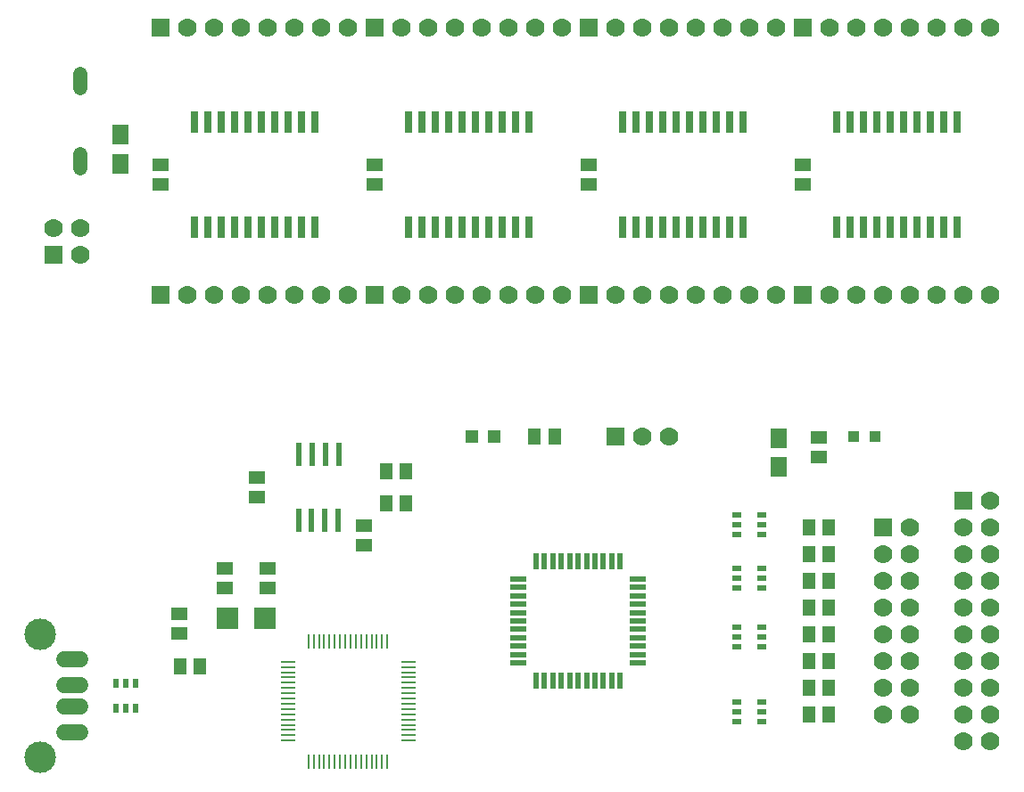
<source format=gtp>
G75*
%MOIN*%
%OFA0B0*%
%FSLAX25Y25*%
%IPPOS*%
%LPD*%
%AMOC8*
5,1,8,0,0,1.08239X$1,22.5*
%
%ADD10R,0.05906X0.05118*%
%ADD11C,0.05937*%
%ADD12C,0.11811*%
%ADD13R,0.07000X0.07000*%
%ADD14C,0.07000*%
%ADD15R,0.04724X0.04724*%
%ADD16R,0.05118X0.05906*%
%ADD17R,0.01969X0.08661*%
%ADD18R,0.05800X0.01100*%
%ADD19R,0.01100X0.05800*%
%ADD20R,0.05906X0.01969*%
%ADD21R,0.01969X0.05906*%
%ADD22R,0.07874X0.07874*%
%ADD23R,0.05906X0.07677*%
%ADD24R,0.03937X0.03937*%
%ADD25R,0.02362X0.03543*%
%ADD26R,0.03543X0.02362*%
%ADD27R,0.02600X0.08000*%
%ADD28C,0.05200*%
D10*
X0123479Y0098260D03*
X0123479Y0105740D03*
X0140479Y0115260D03*
X0140479Y0122740D03*
X0156479Y0122740D03*
X0156479Y0115260D03*
X0192479Y0131260D03*
X0192479Y0138740D03*
X0152479Y0149260D03*
X0152479Y0156740D03*
X0116479Y0266260D03*
X0116479Y0273740D03*
X0196479Y0273740D03*
X0196479Y0266260D03*
X0276479Y0266260D03*
X0276479Y0273740D03*
X0356479Y0273740D03*
X0356479Y0266260D03*
X0362479Y0171740D03*
X0362479Y0164260D03*
D11*
X0086471Y0088780D02*
X0080534Y0088780D01*
X0080534Y0078937D02*
X0086471Y0078937D01*
X0086471Y0071063D02*
X0080534Y0071063D01*
X0080534Y0061220D02*
X0086471Y0061220D01*
D12*
X0071479Y0051969D03*
X0071479Y0098031D03*
D13*
X0116479Y0225000D03*
X0076479Y0240000D03*
X0116479Y0325000D03*
X0196479Y0325000D03*
X0276479Y0325000D03*
X0356479Y0325000D03*
X0356479Y0225000D03*
X0286479Y0172000D03*
X0276479Y0225000D03*
X0196479Y0225000D03*
X0386479Y0138000D03*
X0416479Y0148000D03*
D14*
X0426479Y0148000D03*
X0426479Y0138000D03*
X0426479Y0128000D03*
X0416479Y0128000D03*
X0416479Y0138000D03*
X0396479Y0138000D03*
X0396479Y0128000D03*
X0386479Y0128000D03*
X0386479Y0118000D03*
X0396479Y0118000D03*
X0396479Y0108000D03*
X0386479Y0108000D03*
X0386479Y0098000D03*
X0396479Y0098000D03*
X0396479Y0088000D03*
X0386479Y0088000D03*
X0386479Y0078000D03*
X0396479Y0078000D03*
X0396479Y0068000D03*
X0386479Y0068000D03*
X0416479Y0068000D03*
X0426479Y0068000D03*
X0426479Y0078000D03*
X0416479Y0078000D03*
X0416479Y0088000D03*
X0426479Y0088000D03*
X0426479Y0098000D03*
X0416479Y0098000D03*
X0416479Y0108000D03*
X0426479Y0108000D03*
X0426479Y0118000D03*
X0416479Y0118000D03*
X0416479Y0058000D03*
X0426479Y0058000D03*
X0306479Y0172000D03*
X0296479Y0172000D03*
X0296479Y0225000D03*
X0286479Y0225000D03*
X0306479Y0225000D03*
X0316479Y0225000D03*
X0326479Y0225000D03*
X0336479Y0225000D03*
X0346479Y0225000D03*
X0366479Y0225000D03*
X0376479Y0225000D03*
X0386479Y0225000D03*
X0396479Y0225000D03*
X0406479Y0225000D03*
X0416479Y0225000D03*
X0426479Y0225000D03*
X0426479Y0325000D03*
X0416479Y0325000D03*
X0406479Y0325000D03*
X0396479Y0325000D03*
X0386479Y0325000D03*
X0376479Y0325000D03*
X0366479Y0325000D03*
X0346479Y0325000D03*
X0336479Y0325000D03*
X0326479Y0325000D03*
X0316479Y0325000D03*
X0306479Y0325000D03*
X0296479Y0325000D03*
X0286479Y0325000D03*
X0266479Y0325000D03*
X0256479Y0325000D03*
X0246479Y0325000D03*
X0236479Y0325000D03*
X0226479Y0325000D03*
X0216479Y0325000D03*
X0206479Y0325000D03*
X0186479Y0325000D03*
X0176479Y0325000D03*
X0166479Y0325000D03*
X0156479Y0325000D03*
X0146479Y0325000D03*
X0136479Y0325000D03*
X0126479Y0325000D03*
X0086479Y0250000D03*
X0086479Y0240000D03*
X0076479Y0250000D03*
X0126479Y0225000D03*
X0136479Y0225000D03*
X0146479Y0225000D03*
X0156479Y0225000D03*
X0166479Y0225000D03*
X0176479Y0225000D03*
X0186479Y0225000D03*
X0206479Y0225000D03*
X0216479Y0225000D03*
X0226479Y0225000D03*
X0236479Y0225000D03*
X0246479Y0225000D03*
X0256479Y0225000D03*
X0266479Y0225000D03*
D15*
X0241113Y0172000D03*
X0232845Y0172000D03*
D16*
X0256239Y0172000D03*
X0263719Y0172000D03*
X0208219Y0159000D03*
X0200739Y0159000D03*
X0200739Y0147000D03*
X0208219Y0147000D03*
X0131219Y0086000D03*
X0123739Y0086000D03*
X0358739Y0088000D03*
X0366219Y0088000D03*
X0366219Y0098000D03*
X0358739Y0098000D03*
X0358739Y0108000D03*
X0366219Y0108000D03*
X0366219Y0118000D03*
X0358739Y0118000D03*
X0358739Y0128000D03*
X0366219Y0128000D03*
X0366219Y0138000D03*
X0358739Y0138000D03*
X0358739Y0078000D03*
X0366219Y0078000D03*
X0366219Y0068000D03*
X0358739Y0068000D03*
D17*
X0182939Y0140583D03*
X0177939Y0140583D03*
X0172939Y0140583D03*
X0167979Y0140583D03*
X0167979Y0165417D03*
X0172979Y0165417D03*
X0177979Y0165417D03*
X0182979Y0165417D03*
D18*
X0163979Y0087800D03*
X0163979Y0085800D03*
X0163979Y0083800D03*
X0163979Y0081900D03*
X0163979Y0079900D03*
X0163979Y0077900D03*
X0163979Y0076000D03*
X0163979Y0074000D03*
X0163979Y0072000D03*
X0163979Y0070000D03*
X0163979Y0068100D03*
X0163979Y0066100D03*
X0163979Y0064100D03*
X0163979Y0062200D03*
X0163979Y0060200D03*
X0163979Y0058200D03*
X0208979Y0058200D03*
X0208979Y0060200D03*
X0208979Y0062200D03*
X0208979Y0064100D03*
X0208979Y0066100D03*
X0208979Y0068100D03*
X0208979Y0070000D03*
X0208979Y0072000D03*
X0208979Y0074000D03*
X0208979Y0076000D03*
X0208979Y0077900D03*
X0208979Y0079900D03*
X0208979Y0081900D03*
X0208979Y0083800D03*
X0208979Y0085800D03*
X0208979Y0087800D03*
D19*
X0201279Y0095500D03*
X0199279Y0095500D03*
X0197279Y0095500D03*
X0195379Y0095500D03*
X0193379Y0095500D03*
X0191379Y0095500D03*
X0189479Y0095500D03*
X0187479Y0095500D03*
X0185479Y0095500D03*
X0183479Y0095500D03*
X0181579Y0095500D03*
X0179579Y0095500D03*
X0177579Y0095500D03*
X0175679Y0095500D03*
X0173679Y0095500D03*
X0171679Y0095500D03*
X0171679Y0050500D03*
X0173679Y0050500D03*
X0175679Y0050500D03*
X0177579Y0050500D03*
X0179579Y0050500D03*
X0181579Y0050500D03*
X0183479Y0050500D03*
X0185479Y0050500D03*
X0187479Y0050500D03*
X0189479Y0050500D03*
X0191379Y0050500D03*
X0193379Y0050500D03*
X0195379Y0050500D03*
X0197279Y0050500D03*
X0199279Y0050500D03*
X0201279Y0050500D03*
D20*
X0250038Y0087252D03*
X0250038Y0090402D03*
X0250038Y0093551D03*
X0250038Y0096701D03*
X0250038Y0099850D03*
X0250038Y0103000D03*
X0250038Y0106150D03*
X0250038Y0109299D03*
X0250038Y0112449D03*
X0250038Y0115598D03*
X0250038Y0118748D03*
X0294920Y0118748D03*
X0294920Y0115598D03*
X0294920Y0112449D03*
X0294920Y0109299D03*
X0294920Y0106150D03*
X0294920Y0103000D03*
X0294920Y0099850D03*
X0294920Y0096701D03*
X0294920Y0093551D03*
X0294920Y0090402D03*
X0294920Y0087252D03*
D21*
X0288227Y0080559D03*
X0285077Y0080559D03*
X0281928Y0080559D03*
X0278778Y0080559D03*
X0275628Y0080559D03*
X0272479Y0080559D03*
X0269329Y0080559D03*
X0266180Y0080559D03*
X0263030Y0080559D03*
X0259880Y0080559D03*
X0256731Y0080559D03*
X0256731Y0125441D03*
X0259880Y0125441D03*
X0263030Y0125441D03*
X0266180Y0125441D03*
X0269329Y0125441D03*
X0272479Y0125441D03*
X0275628Y0125441D03*
X0278778Y0125441D03*
X0281928Y0125441D03*
X0285077Y0125441D03*
X0288227Y0125441D03*
D22*
X0155565Y0104000D03*
X0141392Y0104000D03*
D23*
X0347479Y0160587D03*
X0347479Y0171413D03*
X0101479Y0274087D03*
X0101479Y0284913D03*
D24*
X0375542Y0172000D03*
X0383416Y0172000D03*
D25*
X0107219Y0079528D03*
X0103479Y0079528D03*
X0099739Y0079528D03*
X0099739Y0070472D03*
X0103479Y0070472D03*
X0107219Y0070472D03*
D26*
X0331951Y0069000D03*
X0331951Y0065260D03*
X0331951Y0072740D03*
X0341006Y0072740D03*
X0341006Y0069000D03*
X0341006Y0065260D03*
X0341006Y0093260D03*
X0341006Y0097000D03*
X0341006Y0100740D03*
X0331951Y0100740D03*
X0331951Y0097000D03*
X0331951Y0093260D03*
X0331951Y0115260D03*
X0331951Y0119000D03*
X0331951Y0122740D03*
X0341006Y0122740D03*
X0341006Y0119000D03*
X0341006Y0115260D03*
X0341006Y0135260D03*
X0341006Y0139000D03*
X0341006Y0142740D03*
X0331951Y0142740D03*
X0331951Y0139000D03*
X0331951Y0135260D03*
D27*
X0333979Y0250200D03*
X0328979Y0250200D03*
X0323979Y0250200D03*
X0318979Y0250200D03*
X0313979Y0250200D03*
X0308979Y0250200D03*
X0303979Y0250200D03*
X0298979Y0250200D03*
X0293979Y0250200D03*
X0288979Y0250200D03*
X0253979Y0250200D03*
X0248979Y0250200D03*
X0243979Y0250200D03*
X0238979Y0250200D03*
X0233979Y0250200D03*
X0228979Y0250200D03*
X0223979Y0250200D03*
X0218979Y0250200D03*
X0213979Y0250200D03*
X0208979Y0250200D03*
X0173979Y0250200D03*
X0168979Y0250200D03*
X0163979Y0250200D03*
X0158979Y0250200D03*
X0153979Y0250200D03*
X0148979Y0250200D03*
X0143979Y0250200D03*
X0138979Y0250200D03*
X0133979Y0250200D03*
X0128979Y0250200D03*
X0128979Y0289800D03*
X0133979Y0289800D03*
X0138979Y0289800D03*
X0143979Y0289800D03*
X0148979Y0289800D03*
X0153979Y0289800D03*
X0158979Y0289800D03*
X0163979Y0289800D03*
X0168979Y0289800D03*
X0173979Y0289800D03*
X0208979Y0289800D03*
X0213979Y0289800D03*
X0218979Y0289800D03*
X0223979Y0289800D03*
X0228979Y0289800D03*
X0233979Y0289800D03*
X0238979Y0289800D03*
X0243979Y0289800D03*
X0248979Y0289800D03*
X0253979Y0289800D03*
X0288979Y0289800D03*
X0293979Y0289800D03*
X0298979Y0289800D03*
X0303979Y0289800D03*
X0308979Y0289800D03*
X0313979Y0289800D03*
X0318979Y0289800D03*
X0323979Y0289800D03*
X0328979Y0289800D03*
X0333979Y0289800D03*
X0368979Y0289800D03*
X0373979Y0289800D03*
X0378979Y0289800D03*
X0383979Y0289800D03*
X0388979Y0289800D03*
X0393979Y0289800D03*
X0398979Y0289800D03*
X0403979Y0289800D03*
X0408979Y0289800D03*
X0413979Y0289800D03*
X0413979Y0250200D03*
X0408979Y0250200D03*
X0403979Y0250200D03*
X0398979Y0250200D03*
X0393979Y0250200D03*
X0388979Y0250200D03*
X0383979Y0250200D03*
X0378979Y0250200D03*
X0373979Y0250200D03*
X0368979Y0250200D03*
D28*
X0086479Y0272400D02*
X0086479Y0277600D01*
X0086479Y0302400D02*
X0086479Y0307600D01*
M02*

</source>
